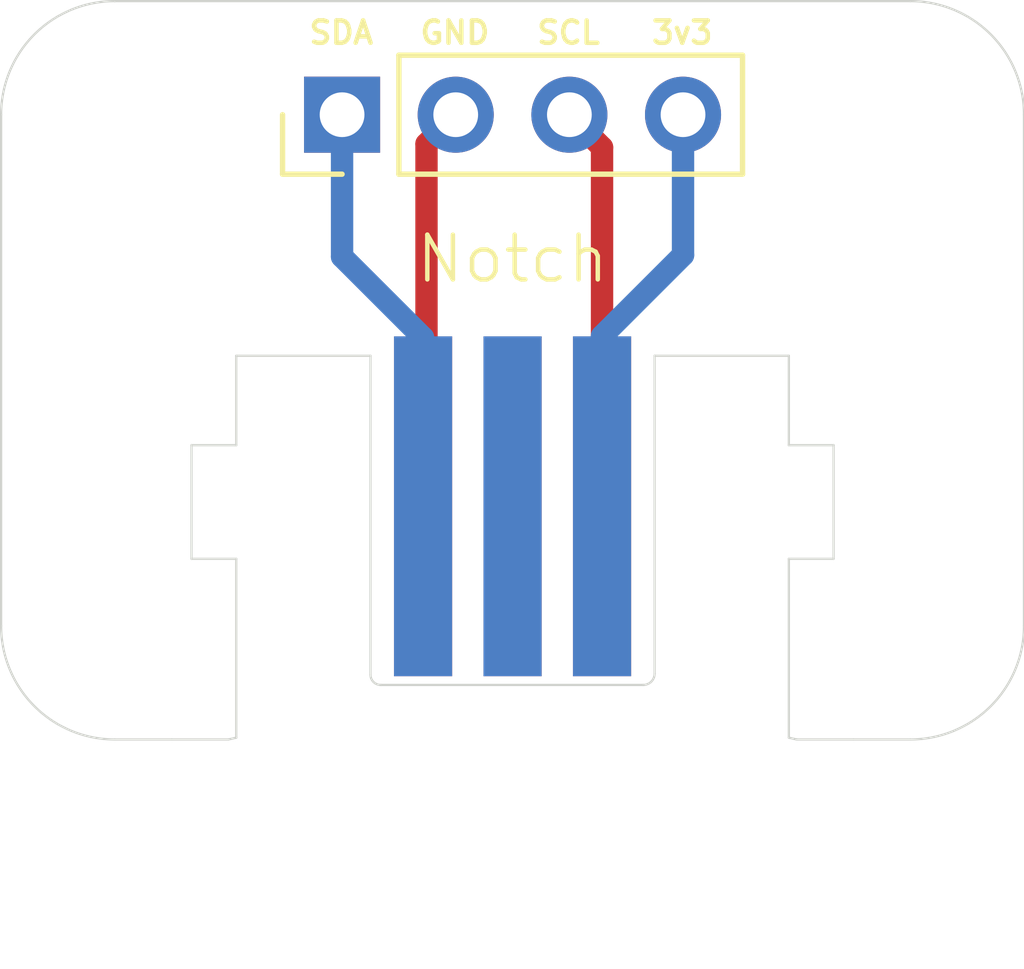
<source format=kicad_pcb>
(kicad_pcb (version 20240108) (generator "pcbnew") (generator_version "8.0")
  (title_block (title "Wii Numchuk") (date "2025-02-02"))
  (layers (0 "F.Cu" signal) (31 "B.Cu" signal) (36 "B.SilkS" user "B.Silkscreen") (37 "F.SilkS" user "F.Silkscreen") (38 "B.Mask" user) (39 "F.Mask" user) (44 "Edge.Cuts" user))
  (net 0 "")
  (net 3 "Net-(J1-Pin_1)")
  (net 4 "Net-(J1-Pin_3)")
  (net 5 "Net-(J1-Pin_2)")
  (net 6 "Net-(J1-Pin_4)")
  (footprint "MountingHole:MountingHole_2.2mm_M2" (layer "F.Cu") (at 110.381051 69.741051)
    (property "Reference" "H4" (hide yes))
    (property "Value" "~")
    (pad "" np_thru_hole circle (at 0 0) (size 2.2 2.2) (drill 2.2) (layers "*.Cu" "*.Mask"))
  )
  (footprint "MountingHole:MountingHole_2.2mm_M2" (layer "F.Cu") (at 92.601051 58.311051)
    (property "Reference" "H2" (hide yes))
    (property "Value" "~")
    (pad "" np_thru_hole circle (at 0 0) (size 2.2 2.2) (drill 2.2) (layers "*.Cu" "*.Mask"))
  )
  (footprint "Connector_PinHeader_2.54mm:PinHeader_1x04_P2.54mm_Vertical" (layer "F.Cu") (at 97.681051 58.311051 90)
    (property "Reference" "J1" (hide yes))
    (property "Value" "Conn_01x04_Pin" (hide yes))
    (fp_line (start -1.33 -1.33) (end 0 -1.33) (stroke (width 0.12)) (layer "F.SilkS"))
    (fp_line (start -1.33 0) (end -1.33 -1.33) (stroke (width 0.12)) (layer "F.SilkS"))
    (fp_line (start 1.33 1.27) (end 1.33 8.95) (stroke (width 0.12)) (layer "F.SilkS"))
    (fp_line (start -1.33 1.27) (end 1.33 1.27) (stroke (width 0.12)) (layer "F.SilkS"))
    (fp_line (start -1.33 1.27) (end -1.33 8.95) (stroke (width 0.12)) (layer "F.SilkS"))
    (fp_line (start -1.33 8.95) (end 1.33 8.95) (stroke (width 0.12)) (layer "F.SilkS"))
    (pad "1" thru_hole rect (at 0 0 90) (size 1.7 1.7) (drill 1) (layers "*.Cu" "*.Mask") (net 3 "Net-(J1-Pin_1)"))
    (pad "2" thru_hole oval (at 0 2.54 90) (size 1.7 1.7) (drill 1) (layers "*.Cu" "*.Mask") (net 5 "Net-(J1-Pin_2)"))
    (pad "3" thru_hole oval (at 0 5.08 90) (size 1.7 1.7) (drill 1) (layers "*.Cu" "*.Mask") (net 4 "Net-(J1-Pin_3)"))
    (pad "4" thru_hole oval (at 0 7.62 90) (size 1.7 1.7) (drill 1) (layers "*.Cu" "*.Mask") (net 6 "Net-(J1-Pin_4)"))
  )
  (footprint "MountingHole:MountingHole_2.2mm_M2" (layer "F.Cu") (at 110.381051 58.311051)
    (property "Reference" "H1" (hide yes))
    (property "Value" "~")
    (pad "" np_thru_hole circle (at 0 0) (size 2.2 2.2) (drill 2.2) (layers "*.Cu" "*.Mask"))
  )
  (footprint "MountingHole:MountingHole_2.2mm_M2" (layer "F.Cu") (at 92.601051 69.741051)
    (property "Reference" "H3" (hide yes))
    (property "Value" "~")
    (pad "" np_thru_hole circle (at 0 0) (size 2.2 2.2) (drill 2.2) (layers "*.Cu" "*.Mask"))
  )
  (footprint "Wii:nunchuk" (layer "F.Cu") (at 101.491051 67.201051)
    (property "Reference" "U1" (hide yes))
    (property "Value" "~")
    (fp_line (start -7.175 -1.5) (end -7.175 1.04) (stroke (width 0.05)) (layer "Edge.Cuts"))
    (fp_line (start -7.175 -1.5) (end -6.175 -1.5) (stroke (width 0.05)) (layer "Edge.Cuts"))
    (fp_line (start -6.35 5.08) (end -7.62 5.08) (stroke (width 0.05)) (layer "Edge.Cuts"))
    (fp_line (start -6.175 -3.5) (end -6.175 -1.5) (stroke (width 0.05)) (layer "Edge.Cuts"))
    (fp_line (start -6.175 -3.5) (end -3.175 -3.5) (stroke (width 0.05)) (layer "Edge.Cuts"))
    (fp_line (start -6.175 1.04) (end -7.175 1.04) (stroke (width 0.05)) (layer "Edge.Cuts"))
    (fp_line (start -6.175 1.04) (end -6.175 5.04) (stroke (width 0.05)) (layer "Edge.Cuts"))
    (fp_line (start -6.175 5.04) (end -6.35 5.08) (stroke (width 0.05)) (layer "Edge.Cuts"))
    (fp_line (start -3.175 -3.5) (end -3.175 3.6322) (stroke (width 0.05)) (layer "Edge.Cuts"))
    (fp_line (start -2.9464 3.8608) (end 2.921 3.8608) (stroke (width 0.05)) (layer "Edge.Cuts"))
    (fp_line (start 3.175 -3.5) (end 3.175 3.6068) (stroke (width 0.05)) (layer "Edge.Cuts"))
    (fp_line (start 3.175 -3.5) (end 6.175 -3.5) (stroke (width 0.05)) (layer "Edge.Cuts"))
    (fp_line (start 6.175 -3.5) (end 6.175 -1.5) (stroke (width 0.05)) (layer "Edge.Cuts"))
    (fp_line (start 6.175 1.04) (end 6.175 5.04) (stroke (width 0.05)) (layer "Edge.Cuts"))
    (fp_line (start 6.175 5.04) (end 6.35 5.08) (stroke (width 0.05)) (layer "Edge.Cuts"))
    (fp_line (start 6.35 5.08) (end 6.35 5.08) (stroke (width 0.05)) (layer "Edge.Cuts"))
    (fp_line (start 6.35 5.08) (end 6.35 5.08) (stroke (width 0.05)) (layer "Edge.Cuts"))
    (fp_line (start 6.35 5.08) (end 7.62 5.08) (stroke (width 0.05)) (layer "Edge.Cuts"))
    (fp_line (start 7.175 -1.5) (end 6.175 -1.5) (stroke (width 0.05)) (layer "Edge.Cuts"))
    (fp_line (start 7.175 -1.5) (end 7.175 1.04) (stroke (width 0.05)) (layer "Edge.Cuts"))
    (fp_line (start 7.175 1.04) (end 6.175 1.04) (stroke (width 0.05)) (layer "Edge.Cuts"))
    (fp_arc (start -2.9464 3.8608) (mid -3.108045 3.793845) (end -3.175 3.6322) (stroke (width 0.05)) (layer "Edge.Cuts"))
    (fp_arc (start 3.175 3.6068) (mid 3.100605 3.786405) (end 2.921 3.8608) (stroke (width 0.05)) (layer "Edge.Cuts"))
    (pad "1" smd rect (at -2 -0.134 270) (size 7.6 1.3) (layers "B.Cu" "B.Paste" "B.Mask") (net 3 "Net-(J1-Pin_1)"))
    (pad "2" smd rect (at 0 -0.134 270) (size 7.6 1.3) (layers "B.Cu" "B.Paste" "B.Mask"))
    (pad "3" smd rect (at 2 -0.134 270) (size 7.6 1.3) (layers "B.Cu" "B.Paste" "B.Mask") (net 6 "Net-(J1-Pin_4)"))
    (pad "4" smd rect (at 2 -0.134 90) (size 7.6 1.3) (layers "F.Cu" "F.Paste" "F.Mask") (net 4 "Net-(J1-Pin_3)"))
    (pad "5" smd rect (at 0 -0.134 90) (size 7.6 1.3) (layers "F.Cu" "F.Paste" "F.Mask"))
    (pad "6" smd rect (at -2 -0.134 90) (size 7.6 1.3) (layers "F.Cu" "F.Paste" "F.Mask") (net 5 "Net-(J1-Pin_2)"))
  )
  (gr_line (start 90.061051 58.311051) (end 90.061051 69.741051) (stroke (width 0.05)) (layer "Edge.Cuts"))
  (gr_line (start 92.601051 72.281051) (end 93.871051 72.281051) (stroke (width 0.05)) (layer "Edge.Cuts"))
  (gr_line (start 92.601051 55.771051) (end 92.601051 55.771051) (stroke (width 0.05)) (layer "Edge.Cuts"))
  (gr_line (start 110.381051 55.771051) (end 92.601051 55.771051) (stroke (width 0.05)) (layer "Edge.Cuts"))
  (gr_arc (start 110.381051 55.771051) (mid 112.177102 56.515) (end 112.921051 58.311051) (stroke (width 0.05)) (layer "Edge.Cuts"))
  (gr_arc (start 90.061051 58.311051) (mid 90.805 56.515) (end 92.601051 55.771051) (stroke (width 0.05)) (layer "Edge.Cuts"))
  (gr_arc (start 92.601051 72.281051) (mid 90.805 71.537102) (end 90.061051 69.741051) (stroke (width 0.05)) (layer "Edge.Cuts"))
  (gr_line (start 112.921051 69.741051) (end 112.921051 58.311051) (stroke (width 0.05)) (layer "Edge.Cuts"))
  (gr_line (start 109.111051 72.281051) (end 110.381051 72.281051) (stroke (width 0.05)) (layer "Edge.Cuts"))
  (gr_arc (start 112.921051 69.741051) (mid 112.177102 71.537102) (end 110.381051 72.281051) (stroke (width 0.05)) (layer "Edge.Cuts"))
  (gr_text "SCL" (at 102.743 56.769 0) (layer "F.SilkS") (effects (font (size 0.5 0.5) (thickness 0.1)) (justify bottom)))
  (gr_text "SDA" (at 97.663 56.769 0) (layer "F.SilkS") (effects (font (size 0.5 0.5) (thickness 0.1)) (justify bottom)))
  (gr_text "GND" (at 100.203 56.769 0) (layer "F.SilkS") (effects (font (size 0.5 0.5) (thickness 0.1)) (justify bottom)))
  (gr_text "Notch" (at 101.491051 62.121051 0) (layer "F.SilkS") (effects (font (size 1 1) (thickness 0.1)) (justify bottom)))
  (gr_text "3v3" (at 105.283 56.769 0) (layer "F.SilkS") (effects (font (size 0.5 0.5) (thickness 0.1)) (justify bottom)))
  (segment (start 97.681051 61.486051) (end 97.681051 58.311051) (width 0.5) (layer "B.Cu") (net 3))
  (segment (start 99.491051 63.296051) (end 97.681051 61.486051) (width 0.5) (layer "B.Cu") (net 3))
  (segment (start 99.491051 67.067051) (end 99.491051 63.296051) (width 0.5) (layer "B.Cu") (net 3))
  (segment (start 103.491051 59.041051) (end 102.761051 58.311051) (width 0.5) (layer "F.Cu") (net 4))
  (segment (start 103.491051 67.067051) (end 103.491051 59.041051) (width 0.5) (layer "F.Cu") (net 4))
  (segment (start 99.568 58.964102) (end 100.221051 58.311051) (width 0.5) (layer "F.Cu") (net 5))
  (segment (start 99.491051 67.067051) (end 99.568 66.990102) (width 0.5) (layer "F.Cu") (net 5))
  (segment (start 99.568 66.990102) (end 99.568 58.964102) (width 0.5) (layer "F.Cu") (net 5))
  (segment (start 103.491051 63.259949) (end 105.301051 61.449949) (width 0.5) (layer "B.Cu") (net 6))
  (segment (start 103.491051 67.067051) (end 103.491051 63.259949) (width 0.5) (layer "B.Cu") (net 6))
  (segment (start 105.301051 61.449949) (end 105.301051 58.311051) (width 0.5) (layer "B.Cu") (net 6))
)
</source>
